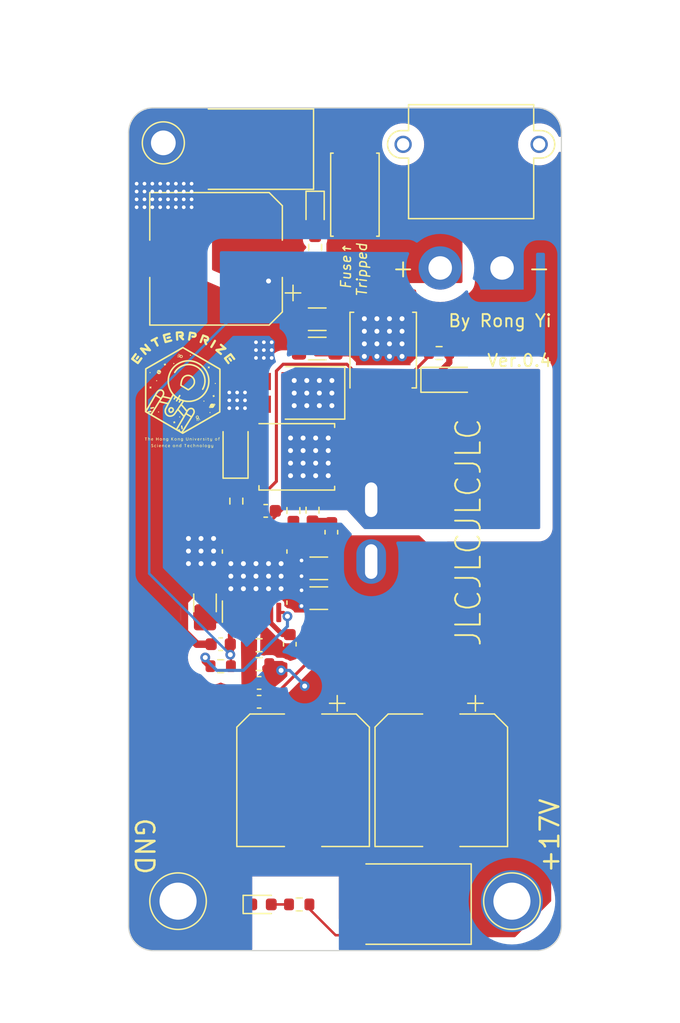
<source format=kicad_pcb>
(kicad_pcb (version 20221018) (generator pcbnew)
  (layers (0 "F.Cu" signal) (31 "B.Cu" signal) (34 "B.Paste" user) (35 "F.Paste" user) (36 "B.SilkS" user "B.Silkscreen") (37 "F.SilkS" user "F.Silkscreen") (38 "B.Mask" user) (39 "F.Mask" user) (44 "Edge.Cuts" user))
  (net 0 "")
  (net 1 "GND")
  (net 2 "Net-(U1-SS)")
  (net 3 "/SW")
  (net 4 "+24V")
  (net 5 "/VOUT")
  (net 6 "/HO")
  (net 7 "BST")
  (net 8 "/LO")
  (net 9 "Net-(U1-VCC)")
  (net 10 "FB")
  (net 11 "Net-(C7-Pad2)")
  (net 12 "Net-(D3-A)")
  (net 13 "ILIM")
  (net 14 "Net-(D4-A1)")
  (net 15 "Net-(D5-A1)")
  (net 16 "Net-(D7-A)")
  (net 17 "Net-(J1-Pin_2)")
  (net 18 "Net-(U1-RON)")
  (footprint "TestPoint:TestPoint_Plated_Hole_D2.0mm" (layer "F.Cu") (at 124.587 57.658)
    (fp_text reference "TP3" hide)
    (fp_text value "PowerHole")
    (pad "1" thru_hole circle (at 0 0) (size 3 3) (drill 2) (layers "*.Cu" "*.Mask") (net 1 "GND"))
  )
  (footprint "Resistor_SMD:R_0603_1608Metric" (layer "F.Cu") (at 136.86132 66.107061 90)
    (fp_text reference "R6" hide)
    (fp_text value "274K")
    (pad "1" smd roundrect (at -0.825 0 90) (size 0.8 0.95) (layers "F.Cu" "F.Paste" "F.Mask") (net 17 "Net-(J1-Pin_2)"))
    (pad "2" smd roundrect (at 0.825 0 90) (size 0.8 0.95) (layers "F.Cu" "F.Paste" "F.Mask") (net 16 "Net-(D7-A)"))
  )
  (footprint "Diode_SMD:D_SMF" (layer "F.Cu") (at 130.429 82.423 90)
    (fp_text reference "D5" hide)
    (fp_text value "SMF12A")
    (pad "1" smd roundrect (at -1.45 0 90) (size 1.3 1.4) (layers "F.Cu" "F.Paste" "F.Mask") (roundrect_rratio 0.1923076923) (net 15 "Net-(D5-A1)"))
    (pad "2" smd roundrect (at 1.45 0 90) (size 1.3 1.4) (layers "F.Cu" "F.Paste" "F.Mask") (roundrect_rratio 0.1923076923) (net 1 "GND"))
  )
  (footprint "Resistor_SMD:R_0603_1608Metric" (layer "F.Cu") (at 132.334 99.822)
    (fp_text reference "R7" hide)
    (fp_text value "274K")
    (pad "1" smd roundrect (at -0.825 0) (size 0.8 0.95) (layers "F.Cu" "F.Paste" "F.Mask") (net 10 "FB"))
    (pad "2" smd roundrect (at 0.825 0) (size 0.8 0.95) (layers "F.Cu" "F.Paste" "F.Mask") (net 5 "/VOUT"))
  )
  (footprint "LOGO" (layer "F.Cu") (at 126.017678 77.459415)
    (fp_text reference "G***" hide)
    (fp_text value "LOGO" hide)
  )
  (footprint "Fuse:Fuseholder_Littelfuse_Nano2_157x" (layer "F.Cu") (at 140.081 61.849 -90)
    (fp_text reference "F1" hide)
    (fp_text value "Fuse")
    (pad "1" smd rect (at -2.43 0 270) (size 2.4 3) (layers "F.Cu" "F.Paste" "F.Mask") (net 4 "+24V"))
    (pad "2" smd rect (at 2.43 0 270) (size 2.4 3) (layers "F.Cu" "F.Paste" "F.Mask") (net 17 "Net-(J1-Pin_2)"))
  )
  (footprint "Capacitor_SMD:C_0603_1608Metric" (layer "F.Cu") (at 138.176 89.154 -90)
    (fp_text reference "C8" hide)
    (fp_text value "390pf")
    (pad "1" smd roundrect (at -0.775 0 270) (size 0.9 0.95) (layers "F.Cu" "F.Paste" "F.Mask") (net 11 "Net-(C7-Pad2)"))
    (pad "2" smd roundrect (at 0.775 0 270) (size 0.9 0.95) (layers "F.Cu" "F.Paste" "F.Mask") (net 5 "/VOUT"))
  )
  (footprint "Capacitor_SMD:CP_Elec_10x10.5" (layer "F.Cu") (at 147.066 109.22 -90)
    (fp_text reference "C4" hide)
    (fp_text value "100uF")
    (pad "1" smd roundrect (at -4.2 0 270) (size 4.4 2.5) (layers "F.Cu" "F.Paste" "F.Mask") (roundrect_rratio 0.1) (net 5 "/VOUT"))
    (pad "2" smd roundrect (at 4.2 0 270) (size 4.4 2.5) (layers "F.Cu" "F.Paste" "F.Mask") (roundrect_rratio 0.1) (net 1 "GND"))
  )
  (footprint "Package_TO_SOT_SMD:TDSON-8-1" (layer "F.Cu") (at 142.367 74.422 90)
    (fp_text reference "Q1" hide)
    (fp_text value "BSC070N10NS5")
    (pad "1" smd rect (at -2.9 -0.635 90) (size 0.85 3.04) (layers "F.Cu" "F.Paste" "F.Mask") (net 3 "/SW"))
    (pad "2" smd rect (at -2.9 -0.635 90) (size 0.85 0.5) (layers "F.Cu" "F.Paste" "F.Mask") (net 3 "/SW"))
    (pad "3" smd rect (at -2.9 0.635 90) (size 0.85 0.5) (layers "F.Cu" "F.Paste" "F.Mask") (net 3 "/SW"))
    (pad "4" smd rect (at -3.1425 1.905 90) (size 1.335 0.5) (layers "F.Cu" "F.Paste" "F.Mask") (net 14 "Net-(D4-A1)"))
    (pad "5" smd rect (at 1.05 0 90) (size 4.55 4.41) (layers "F.Cu") (net 4 "+24V"))
  )
  (footprint "Diode_SMD:D_SMC" (layer "F.Cu") (at 131.826 58.166 180)
    (fp_text reference "D2" hide)
    (fp_text value "SMAJ28A" hide)
    (pad "1" smd roundrect (at -3.4 0 270) (size 3.3 2.5) (layers "F.Cu" "F.Paste" "F.Mask") (roundrect_rratio 0.1) (net 4 "+24V"))
    (pad "2" smd roundrect (at 3.4 0 270) (size 3.3 2.5) (layers "F.Cu" "F.Paste" "F.Mask") (roundrect_rratio 0.1) (net 1 "GND"))
  )
  (footprint "Connector_AMASS:AMASS_XT30PW-M_1x02_P2.50mm_Horizontal" (layer "F.Cu") (at 151.979 67.778)
    (fp_text reference "J1" hide)
    (fp_text value "Conn_01x02")
    (fp_text user "-" (at 3 0) (layer "F.SilkS") (effects (font (size 1.5 1.5))))
    (fp_text user "+" (at -8 0) (layer "F.SilkS") (effects (font (size 1.5 1.5))))
    (pad "" thru_hole circle (at -8 -10) (size 1.4 1.4) (drill 1) (layers "*.Cu" "*.Mask"))
    (pad "" thru_hole circle (at 3 -10) (size 1.4 1.4) (drill 1) (layers "*.Cu" "*.Mask"))
    (pad "1" thru_hole rect (at 0 0) (size 3.5 3.5) (drill 1.9) (layers "*.Cu" "*.Mask") (net 1 "GND"))
    (pad "2" thru_hole circle (at -5 0) (size 3.5 3.5) (drill 1.9) (layers "*.Cu" "*.Mask") (net 17 "Net-(J1-Pin_2)"))
  )
  (footprint "LED_SMD:LED_0603_1608Metric" (layer "F.Cu") (at 132.527179 119.264434)
    (fp_text reference "D3" hide)
    (fp_text value "LED")
    (pad "1" smd roundrect (at -0.7875 0) (size 0.875 0.95) (layers "F.Cu" "F.Paste" "F.Mask") (net 1 "GND"))
    (pad "2" smd roundrect (at 0.7875 0) (size 0.875 0.95) (layers "F.Cu" "F.Paste" "F.Mask") (net 12 "Net-(D3-A)"))
  )
  (footprint "Capacitor_SMD:C_1206_3216Metric" (layer "F.Cu") (at 137.033 74.295)
    (fp_text reference "C13" hide)
    (fp_text value "100uF")
    (pad "1" smd roundrect (at -1.475 0) (size 1.15 1.8) (layers "F.Cu" "F.Paste" "F.Mask") (roundrect_rratio 0.2173913043) (net 1 "GND"))
    (pad "2" smd roundrect (at 1.475 0) (size 1.15 1.8) (layers "F.Cu" "F.Paste" "F.Mask") (roundrect_rratio 0.2173913043) (net 4 "+24V"))
  )
  (footprint "Resistor_SMD:R_0603_1608Metric" (layer "F.Cu") (at 136.652 87.376 -90)
    (fp_text reference "R5" hide)
    (fp_text value "8.06M")
    (pad "1" smd roundrect (at -0.825 0 270) (size 0.8 0.95) (layers "F.Cu" "F.Paste" "F.Mask") (net 3 "/SW"))
    (pad "2" smd roundrect (at 0.825 0 270) (size 0.8 0.95) (layers "F.Cu" "F.Paste" "F.Mask") (net 11 "Net-(C7-Pad2)"))
  )
  (footprint "Resistor_SMD:R_0603_1608Metric" (layer "F.Cu") (at 135.575179 119.264434 180)
    (fp_text reference "R9" hide)
    (fp_text value "274K")
    (pad "1" smd roundrect (at -0.825 0 180) (size 0.8 0.95) (layers "F.Cu" "F.Paste" "F.Mask") (net 5 "/VOUT"))
    (pad "2" smd roundrect (at 0.825 0 180) (size 0.8 0.95) (layers "F.Cu" "F.Paste" "F.Mask") (net 12 "Net-(D3-A)"))
  )
  (footprint "Capacitor_SMD:C_1206_3216Metric_Pad1.33x1.80mm_HandSolder" (layer "F.Cu") (at 127.958 94.869 -90)
    (fp_text reference "C3" hide)
    (fp_text value "2.2uF")
    (pad "1" smd roundrect (at -1.5625 0 270) (size 1.325 1.8) (layers "F.Cu" "F.Paste" "F.Mask") (roundrect_rratio 0.1886792453) (net 1 "GND"))
    (pad "2" smd roundrect (at 1.5625 0 270) (size 1.325 1.8) (layers "F.Cu" "F.Paste" "F.Mask") (roundrect_rratio 0.1886792453) (net 9 "Net-(U1-VCC)"))
  )
  (footprint "Capacitor_SMD:C_0603_1608Metric" (layer "F.Cu") (at 132.334 102.87)
    (fp_text reference "C7" hide)
    (fp_text value "3.9nf")
    (pad "1" smd roundrect (at -0.775 0) (size 0.9 0.95) (layers "F.Cu" "F.Paste" "F.Mask") (net 10 "FB"))
    (pad "2" smd roundrect (at 0.775 0) (size 0.9 0.95) (layers "F.Cu" "F.Paste" "F.Mask") (net 11 "Net-(C7-Pad2)"))
  )
  (footprint "Resistor_SMD:R_0603_1608Metric" (layer "F.Cu") (at 129.228 99.993)
    (fp_text reference "R1" hide)
    (fp_text value "909k")
    (pad "1" smd roundrect (at -0.825 0) (size 0.8 0.95) (layers "F.Cu" "F.Paste" "F.Mask") (net 18 "Net-(U1-RON)"))
    (pad "2" smd roundrect (at 0.825 0) (size 0.8 0.95) (layers "F.Cu" "F.Paste" "F.Mask") (net 4 "+24V"))
  )
  (footprint "Resistor_SMD:R_0603_1608Metric" (layer "F.Cu") (at 135.106 87.403 90)
    (fp_text reference "R2" hide)
    (fp_text value "2.1k")
    (pad "1" smd roundrect (at -0.825 0 90) (size 0.8 0.95) (layers "F.Cu" "F.Paste" "F.Mask") (net 13 "ILIM"))
    (pad "2" smd roundrect (at 0.825 0 90) (size 0.8 0.95) (layers "F.Cu" "F.Paste" "F.Mask") (net 3 "/SW"))
  )
  (footprint "Diode_SMD:D_SMC" (layer "F.Cu") (at 144.574792 119.237517 180)
    (fp_text reference "D1" hide)
    (fp_text value "SMAJ18A" hide)
    (pad "1" smd roundrect (at -3.4 0 270) (size 3.3 2.5) (layers "F.Cu" "F.Paste" "F.Mask") (roundrect_rratio 0.1) (net 5 "/VOUT"))
    (pad "2" smd roundrect (at 3.4 0 270) (size 3.3 2.5) (layers "F.Cu" "F.Paste" "F.Mask") (roundrect_rratio 0.1) (net 1 "GND"))
  )
  (footprint "Resistor_SMD:R_0603_1608Metric" (layer "F.Cu") (at 146.889 74.663)
    (fp_text reference "R4" hide)
    (fp_text value "4.7r")
    (pad "1" smd roundrect (at -0.825 0) (size 0.8 0.95) (layers "F.Cu" "F.Paste" "F.Mask") (net 6 "/HO"))
    (pad "2" smd roundrect (at 0.825 0) (size 0.8 0.95) (layers "F.Cu" "F.Paste" "F.Mask") (net 14 "Net-(D4-A1)"))
  )
  (footprint "Capacitor_SMD:CP_Elec_10x10.5" (layer "F.Cu") (at 128.850942 67.038215 180)
    (fp_text reference "C6" hide)
    (fp_text value "100uF")
    (pad "1" smd roundrect (at -4.2 0 180) (size 4.4 2.5) (layers "F.Cu" "F.Paste" "F.Mask") (roundrect_rratio 0.1) (net 4 "+24V"))
    (pad "2" smd roundrect (at 4.2 0 180) (size 4.4 2.5) (layers "F.Cu" "F.Paste" "F.Mask") (roundrect_rratio 0.1) (net 1 "GND"))
  )
  (footprint "Capacitor_SMD:C_1206_3216Metric" (layer "F.Cu") (at 137.16 94.488)
    (fp_text reference "C10" hide)
    (fp_text value "100uF")
    (pad "1" smd roundrect (at -1.475 0) (size 1.15 1.8) (layers "F.Cu" "F.Paste" "F.Mask") (roundrect_rratio 0.2173913043) (net 1 "GND"))
    (pad "2" smd roundrect (at 1.475 0) (size 1.15 1.8) (layers "F.Cu" "F.Paste" "F.Mask") (roundrect_rratio 0.2173913043) (net 5 "/VOUT"))
  )
  (footprint "Capacitor_SMD:CP_Elec_10x10.5" (layer "F.Cu") (at 135.89 109.22 -90)
    (fp_text reference "C11" hide)
    (fp_text value "100uF")
    (pad "1" smd roundrect (at -4.2 0 270) (size 4.4 2.5) (layers "F.Cu" "F.Paste" "F.Mask") (roundrect_rratio 0.1) (net 5 "/VOUT"))
    (pad "2" smd roundrect (at 4.2 0 270) (size 4.4 2.5) (layers "F.Cu" "F.Paste" "F.Mask") (roundrect_rratio 0.1) (net 1 "GND"))
  )
  (footprint "Resistor_SMD:R_0603_1608Metric" (layer "F.Cu") (at 132.334 98.298 180)
    (fp_text reference "R8" hide)
    (fp_text value "10K")
    (pad "1" smd roundrect (at -0.825 0 180) (size 0.8 0.95) (layers "F.Cu" "F.Paste" "F.Mask") (net 1 "GND"))
    (pad "2" smd roundrect (at 0.825 0 180) (size 0.8 0.95) (layers "F.Cu" "F.Paste" "F.Mask") (net 10 "FB"))
  )
  (footprint "LED_SMD:LED_0603_1608Metric" (layer "F.Cu") (at 136.86132 63.059061 -90)
    (fp_text reference "D7" hide)
    (fp_text value "LED")
    (pad "1" smd roundrect (at -0.7875 0 270) (size 0.875 0.95) (layers "F.Cu" "F.Paste" "F.Mask") (net 4 "+24V"))
    (pad "2" smd roundrect (at 0.7875 0 270) (size 0.875 0.95) (layers "F.Cu" "F.Paste" "F.Mask") (net 16 "Net-(D7-A)"))
  )
  (footprint "Package_SO:HTSSOP-14-1EP_4.4x5mm_P0.65mm_EP3.4x5mm_Mask3x3.1mm" (layer "F.Cu") (at 131.973 92.783 90)
    (fp_text reference "U1" hide)
    (fp_text value "LM3150MH")
    (pad "1" smd roundrect (at -2.8625 -1.95 90) (size 1.575 0.4) (layers "F.Cu" "F.Paste" "F.Mask") (net 9 "Net-(U1-VCC)"))
    (pad "2" smd roundrect (at -2.8625 -1.3 90) (size 1.575 0.4) (layers "F.Cu" "F.Paste" "F.Mask") (net 4 "+24V"))
    (pad "3" smd roundrect (at -2.8625 -0.65 90) (size 1.575 0.4) (layers "F.Cu" "F.Paste" "F.Mask"))
    (pad "4" smd roundrect (at -2.8625 0 90) (size 1.575 0.4) (layers "F.Cu" "F.Paste" "F.Mask") (net 10 "FB"))
    (pad "5" smd roundrect (at -2.8625 0.65 90) (size 1.575 0.4) (layers "F.Cu" "F.Paste" "F.Mask") (net 1 "GND"))
    (pad "6" smd roundrect (at -2.8625 1.3 90) (size 1.575 0.4) (layers "F.Cu" "F.Paste" "F.Mask") (net 2 "Net-(U1-SS)"))
    (pad "7" smd roundrect (at -2.8625 1.95 90) (size 1.575 0.4) (layers "F.Cu" "F.Paste" "F.Mask") (net 18 "Net-(U1-RON)"))
    (pad "8" smd roundrect (at 2.8625 1.95 90) (size 1.575 0.4) (layers "F.Cu" "F.Paste" "F.Mask") (net 13 "ILIM"))
    (pad "9" smd roundrect (at 2.8625 1.3 90) (size 1.575 0.4) (layers "F.Cu" "F.Paste" "F.Mask") (net 1 "GND"))
    (pad "10" smd roundrect (at 2.8625 0.65 90) (size 1.575 0.4) (layers "F.Cu" "F.Paste" "F.Mask") (net 3 "/SW"))
    (pad "11" smd roundrect (at 2.8625 0 90) (size 1.575 0.4) (layers "F.Cu" "F.Paste" "F.Mask") (net 6 "/HO"))
    (pad "12" smd roundrect (at 2.8625 -0.65 90) (size 1.575 0.4) (layers "F.Cu" "F.Paste" "F.Mask") (net 7 "BST"))
    (pad "13" smd roundrect (at 2.8625 -1.3 90) (size 1.575 0.4) (layers "F.Cu" "F.Paste" "F.Mask") (net 8 "/LO"))
    (pad "14" smd roundrect (at 2.8625 -1.95 90) (size 1.575 0.4) (layers "F.Cu" "F.Paste" "F.Mask") (net 1 "GND"))
    (pad "15" smd rect (at 0 0 90) (size 3.4 5) (layers "F.Cu") (net 1 "GND"))
  )
  (footprint "Diode_SMD:D_PowerDI-5" (layer "F.Cu") (at 135.45 77.882 180)
    (fp_text reference "D6" hide)
    (fp_text value "D_Schottky")
    (pad "1" smd rect (at -1.12 0) (size 4.86 3.36) (layers "F.Cu" "F.Paste" "F.Mask") (net 3 "/SW"))
    (pad "2" smd rect (at 2.862 -0.92) (size 1.4 1.39) (layers "F.Cu" "F.Paste" "F.Mask") (net 1 "GND"))
    (pad "2" smd rect (at 2.862 0.92) (size 1.4 1.39) (layers "F.Cu" "F.Paste" "F.Mask") (net 1 "GND"))
  )
  (footprint "TestPoint:TestPoint_Plated_Hole_D3.0mm" (layer "F.Cu") (at 125.778 119)
    (fp_text reference "TP1" hide)
    (fp_text value "OutputGND")
    (pad "1" thru_hole circle (at 0 0) (size 5 5) (drill 3) (layers "*.Cu" "*.Mask") (net 1 "GND"))
  )
  (footprint "Capacitor_SMD:C_0603_1608Metric" (layer "F.Cu") (at 132.334 101.346)
    (fp_text reference "C14" hide)
    (fp_text value "DNF")
    (pad "1" smd roundrect (at -0.775 0) (size 0.9 0.95) (layers "F.Cu" "F.Paste" "F.Mask") (net 10 "FB"))
    (pad "2" smd roundrect (at 0.775 0) (size 0.9 0.95) (layers "F.Cu" "F.Paste" "F.Mask") (net 5 "/VOUT"))
  )
  (footprint "TestPoint:TestPoint_Plated_Hole_D3.0mm" (layer "F.Cu") (at 152.778 119)
    (fp_text reference "TP2" hide)
    (fp_text value "Output17V")
    (pad "1" thru_hole circle (at 0 0) (size 5 5) (drill 3) (layers "*.Cu" "*.Mask") (net 5 "/VOUT"))
  )
  (footprint "Package_TO_SOT_SMD:TDSON-8-1" (layer "F.Cu") (at 135.382 83.058)
    (fp_text reference "Q2" hide)
    (fp_text value "BSC070N10NS5")
    (pad "1" smd rect (at -2.9 -0.635) (size 0.85 3.04) (layers "F.Cu" "F.Paste" "F.Mask") (net 1 "GND"))
    (pad "2" smd rect (at -2.9 -0.635) (size 0.85 0.5) (layers "F.Cu" "F.Paste" "F.Mask") (net 1 "GND"))
    (pad "3" smd rect (at -2.9 0.635) (size 0.85 0.5) (layers "F.Cu" "F.Paste" "F.Mask") (net 1 "GND"))
    (pad "4" smd rect (at -3.1425 1.905) (size 1.335 0.5) (layers "F.Cu" "F.Paste" "F.Mask") (net 15 "Net-(D5-A1)"))
    (pad "5" smd rect (at 1.05 0) (size 4.55 4.41) (layers "F.Cu") (net 3 "/SW"))
  )
  (footprint "0_RM2023:Inductor_RM6" (layer "F.Cu") (at 147.447 89.027 -90)
    (fp_text reference "L1" hide)
    (fp_text value "10uh")
    (pad "1" thru_hole oval (at -2.5 6.05 270) (size 3.6 2.4) (drill oval 2.8 1) (layers "*.Cu" "*.Mask") (net 3 "/SW"))
    (pad "2" thru_hole oval (at 2.5 6.05 270) (size 3.6 2.4) (drill oval 2.8 1) (layers "*.Cu" "*.Mask") (net 5 "/VOUT"))
  )
  (footprint "Capacitor_SMD:C_0603_1608Metric" (layer "F.Cu") (at 129.228 98.215 180)
    (fp_text reference "C1" hide)
    (fp_text value "100nF")
    (pad "1" smd roundrect (at -0.775 0 180) (size 0.9 0.95) (layers "F.Cu" "F.Paste" "F.Mask") (net 4 "+24V"))
    (pad "2" smd roundrect (at 0.775 0 180) (size 0.9 0.95) (layers "F.Cu" "F.Paste" "F.Mask") (net 1 "GND"))
  )
  (footprint "Capacitor_SMD:C_1206_3216Metric" (layer "F.Cu") (at 137.16 92.075)
    (fp_text reference "C9" hide)
    (fp_text value "100uF")
    (pad "1" smd roundrect (at -1.475 0) (size 1.15 1.8) (layers "F.Cu" "F.Paste" "F.Mask") (roundrect_rratio 0.2173913043) (net 1 "GND"))
    (pad "2" smd roundrect (at 1.475 0) (size 1.15 1.8) (layers "F.Cu" "F.Paste" "F.Mask") (roundrect_rratio 0.2173913043) (net 5 "/VOUT"))
  )
  (footprint "Capacitor_SMD:C_1206_3216Metric" (layer "F.Cu") (at 137.031926 71.925373)
    (fp_text reference "C12" hide)
    (fp_text value "100uF")
    (pad "1" smd roundrect (at -1.475 0) (size 1.15 1.8) (layers "F.Cu" "F.Paste" "F.Mask") (roundrect_rratio 0.2173913043) (net 1 "GND"))
    (pad "2" smd roundrect (at 1.475 0) (size 1.15 1.8) (layers "F.Cu" "F.Paste" "F.Mask") (roundrect_rratio 0.2173913043) (net 4 "+24V"))
  )
  (footprint "Capacitor_SMD:C_0603_1608Metric" (layer "F.Cu") (at 132.8674 87.4268 180)
    (fp_text reference "C5" hide)
    (fp_text value "470nF")
    (pad "1" smd roundrect (at -0.775 0 180) (size 0.9 0.95) (layers "F.Cu" "F.Paste" "F.Mask") (net 3 "/SW"))
    (pad "2" smd roundrect (at 0.775 0 180) (size 0.9 0.95) (layers "F.Cu" "F.Paste" "F.Mask") (net 7 "BST"))
  )
  (footprint "Diode_SMD:D_SMF" (layer "F.Cu") (at 147.778 76.822)
    (fp_text reference "D4" hide)
    (fp_text value "SMF12A")
    (pad "1" smd roundrect (at -1.45 0) (size 1.3 1.4) (layers "F.Cu" "F.Paste" "F.Mask") (roundrect_rratio 0.1923076923) (net 14 "Net-(D4-A1)"))
    (pad "2" smd roundrect (at 1.45 0) (size 1.3 1.4) (layers "F.Cu" "F.Paste" "F.Mask") (roundrect_rratio 0.1923076923) (net 3 "/SW"))
  )
  (footprint "Capacitor_SMD:C_0603_1608Metric" (layer "F.Cu") (at 134.816 98.215 90)
    (fp_text reference "C2" hide)
    (fp_text value "15nF")
    (pad "1" smd roundrect (at -0.775 0 90) (size 0.9 0.95) (layers "F.Cu" "F.Paste" "F.Mask") (net 1 "GND"))
    (pad "2" smd roundrect (at 0.775 0 90) (size 0.9 0.95) (layers "F.Cu" "F.Paste" "F.Mask") (net 2 "Net-(U1-SS)"))
  )
  (footprint "Resistor_SMD:R_0603_1608Metric" (layer "F.Cu") (at 130.491883 86.638365 90)
    (fp_text reference "R3" hide)
    (fp_text value "4.7r")
    (pad "1" smd roundrect (at -0.825 0 90) (size 0.8 0.95) (layers "F.Cu" "F.Paste" "F.Mask") (net 8 "/LO"))
    (pad "2" smd roundrect (at 0.825 0 90) (size 0.8 0.95) (layers "F.Cu" "F.Paste" "F.Mask") (net 15 "Net-(D5-A1)"))
  )
  (footprint "LOGO" (layer "B.Cu") (at 129.080532 84.045027 180)
    (fp_text reference "G***" hide)
    (fp_text value "LOGO" hide)
  )
  (gr_line (start 123.778 54.822) (end 154.778 54.822) (stroke (width 0.1)) (layer "Edge.Cuts"))
  (gr_arc (start 123.778 123) (mid 122.363786 122.414214) (end 121.778 121) (stroke (width 0.1)) (layer "Edge.Cuts"))
  (gr_line (start 123.778 123) (end 154.778 123) (stroke (width 0.1)) (layer "Edge.Cuts"))
  (gr_line (start 121.778 121) (end 121.778 56.822) (stroke (width 0.1)) (layer "Edge.Cuts"))
  (gr_arc (start 154.778 54.822) (mid 156.192214 55.407786) (end 156.778 56.822) (stroke (width 0.1)) (layer "Edge.Cuts"))
  (gr_arc (start 121.778 56.822) (mid 122.363786 55.407786) (end 123.778 54.822) (stroke (width 0.1)) (layer "Edge.Cuts"))
  (gr_arc (start 156.778 121) (mid 156.192214 122.414214) (end 154.778 123) (stroke (width 0.1)) (layer "Edge.Cuts"))
  (gr_line (start 156.778 56.822) (end 156.778 121) (stroke (width 0.1)) (layer "Edge.Cuts"))
  (gr_text "JLCJLCJLCJLC" (at 149.260844 89.162831 90) (layer "F.SilkS") (effects (font (size 2 1.8))))
  (gr_text "By Rong Yi\n\nVer.0.4" (at 156.083 73.66) (layer "F.SilkS") (effects (font (size 1 1)) (justify right)))
  (gr_text "GND" (at 122.174 112.141 -90) (layer "F.SilkS") (effects (font (size 1.5 1.5) (thickness 0.2)) (justify left bottom)))
  (gr_text "+17V" (at 156.718 116.84 90) (layer "F.SilkS") (effects (font (size 1.5 1.5) (thickness 0.2)) (justify left bottom)))
  (gr_text "Fuse↑\nTripped" (at 141.11312 65.661969 90) (layer "F.SilkS") (effects (font (size 0.8 0.8) (thickness 0.12) italic) (justify right bottom)))
  (segment (start 126.295604 94.739273) (end 127.728377 93.3065) (width 0.6) (layer "F.Cu") (net 1))
  (segment (start 128.453 98.215) (end 127.298 98.215) (width 0.6) (layer "F.Cu") (net 1))
  (segment (start 132.623 95.6455) (end 132.623 93.433) (width 0.25) (layer "F.Cu") (net 1))
  (segment (start 127.298 98.215) (end 126.295604 97.212604) (width 0.6) (layer "F.Cu") (net 1))
  (segment (start 130.023 90.833) (end 131.973 92.783) (width 0.2032) (layer "F.Cu") (net 1))
  (segment (start 126.295604 97.212604) (end 126.295604 94.739273) (width 0.6) (layer "F.Cu") (net 1))
  (segment (start 127.728377 93.3065) (end 127.958 93.3065) (width 0.6) (layer "F.Cu") (net 1))
  (segment (start 133.273 89.9205) (end 133.273 91.483) (width 0.25) (layer "F.Cu") (net 1))
  (segment (start 130.023 89.9205) (end 130.023 90.833) (width 0.2032) (layer "F.Cu") (net 1))
  (via (at 124.968 62.865) (size 0.5) (drill 0.3) (layers "F.Cu" "B.Cu") (net 1))
  (via (at 122.428 62.865) (size 0.5) (drill 0.3) (layers "F.Cu" "B.Cu") (net 1))
  (via (at 129.921 79.121) (size 0.5) (drill 0.3) (layers "F.Cu" "B.Cu") (net 1))
  (via (at 122.428 62.23) (size 0.5) (drill 0.3) (layers "F.Cu" "B.Cu") (net 1))
  (via (at 123.063 62.865) (size 0.5) (drill 0.3) (layers "F.Cu" "B.Cu") (net 1))
  (via (at 134.112 93.726) (size 0.8) (drill 0.4) (layers "F.Cu" "B.Cu") (net 1))
  (via (at 123.698 62.865) (size 0.5) (drill 0.3) (layers "F.Cu" "B.Cu") (net 1))
  (via (at 131.191 77.851) (size 0.5) (drill 0.3) (layers "F.Cu" "B.Cu") (net 1))
  (via (at 134.112 92.71) (size 0.8) (drill 0.4) (layers "F.Cu" "B.Cu") (net 1))
  (via (at 130.048 93.726) (size 0.8) (drill 0.4) (layers "F.Cu" "B.Cu") (net 1))
  (via (at 125.603 60.96) (size 0.5) (drill 0.3) (layers "F.Cu" "B.Cu") (net 1))
  (via (at 126.238 62.23) (size 0.5) (drill 0.3) (layers "F.Cu" "B.Cu") (net 1))
  (via (at 135.763 93.853) (size 0.5) (drill 0.3) (layers "F.Cu" "B.Cu") (net 1))
  (via (at 133.096 93.726) (size 0.8) (drill 0.4) (layers "F.Cu" "B.Cu") (net 1))
  (via (at 126.873 62.865) (size 0.5) (drill 0.3) (layers "F.Cu" "B.Cu") (net 1))
  (via (at 130.556 77.851) (size 0.5) (drill 0.3) (layers "F.Cu" "B.Cu") (net 1))
  (via (at 132.715 74.422) (size 0.5) (drill 0.3) (layers "F.Cu" "B.Cu") (net 1))
  (via (at 126.873 60.96) (size 0.5) (drill 0.3) (layers "F.Cu" "B.Cu") (net 1))
  (via (at 127.635 91.694) (size 0.8) (drill 0.4) (layers "F.Cu" "B.Cu") (net 1))
  (via (at 129.921 77.851) (size 0.5) (drill 0.3) (layers "F.Cu" "B.Cu") (net 1))
  (via (at 127.635 90.678) (size 0.8) (drill 0.4) (layers "F.Cu" "B.Cu") (net 1))
  (via (at 126.619 90.678) (size 0.8) (drill 0.4) (layers "F.Cu" "B.Cu") (net 1))
  (via (at 123.698 60.96) (size 0.5) (drill 0.3) (layers "F.Cu" "B.Cu") (net 1))
  (via (at 124.333 60.96) (size 0.5) (drill 0.3) (layers "F.Cu" "B.Cu") (net 1))
  (via (at 132.08 73.787) (size 0.5) (drill 0.3) (layers "F.Cu" "B.Cu") (net 1))
  (via (at 128.651 91.694) (size 0.8) (drill 0.4) (layers "F.Cu" "B.Cu") (net 1))
  (via (at 126.238 60.96) (size 0.5) (drill 0.3) (layers "F.Cu" "B.Cu") (net 1))
  (via (at 128.651 89.662) (size 0.8) (drill 0.4) (layers "F.Cu" "B.Cu") (net 1))
  (via (at 132.715 75.057) (size 0.5) (drill 0.3) (layers "F.Cu" "B.Cu") (net 1))
  (via (at 135.763 91.44) (size 0.5) (drill 0.3) (layers "F.Cu" "B.Cu") (net 1))
  (via (at 126.238 62.865) (size 0.5) (drill 0.3) (layers "F.Cu" "B.Cu") (net 1))
  (via (at 131.191 78.486) (size 0.5) (drill 0.3) (layers "F.Cu" "B.Cu") (net 1))
  (via (at 133.096 92.71) (size 0.8) (drill 0.4) (layers "F.Cu" "B.Cu") (net 1))
  (via (at 122.428 60.96) (size 0.5) (drill 0.3) (layers "F.Cu" "B.Cu") (net 1))
  (via (at 132.715 73.787) (size 0.5) (drill 0.3) (layers "F.Cu" "B.Cu") (net 1))
  (via (at 133.096 91.694) (size 0.8) (drill 0.4) (layers "F.Cu" "B.Cu") (net 1))
  (via (at 124.333 62.23) (size 0.5) (drill 0.3) (layers "F.Cu" "B.Cu") (net 1))
  (via (at 125.603 62.23) (size 0.5) (drill 0.3) (layers "F.Cu" "B.Cu") (net 1))
  (via (at 132.08 74.422) (size 0.5) (drill 0.3) (layers "F.Cu" "B.Cu") (net 1))
  (via (at 126.619 91.694) (size 0.8) (drill 0.4) (layers "F.Cu" "B.Cu") (net 1))
  (via (at 135.763 95.123) (size 0.5) (drill 0.3) (layers "F.Cu" "B.Cu") (net 1))
  (via (at 126.873 61.595) (size 0.5) (drill 0.3) (layers "F.Cu" "B.Cu") (net 1))
  (via (at 133.35 75.057) (size 0.5) (drill 0.3) (layers "F.Cu" "B.Cu") (net 1))
  (via (at 123.698 61.595) (size 0.5) (drill 0.3) (layers "F.Cu" "B.Cu") (net 1))
  (via (at 125.603 62.865) (size 0.5) (drill 0.3) (layers "F.Cu" "B.Cu") (net 1))
  (via (at 124.968 61.595) (size 0.5) (drill 0.3) (layers "F.Cu" "B.Cu") (net 1))
  (via (at 132.08 75.057) (size 0.5) (drill 0.3) (layers "F.Cu" "B.Cu") (net 1))
  (via (at 123.063 61.595) (size 0.5) (drill 0.3) (layers "F.Cu" "B.Cu") (net 1))
  (via (at 122.428 61.595) (size 0.5) (drill 0.3) (layers "F.Cu" "B.Cu") (net 1))
  (via (at 123.063 62.23) (size 0.5) (drill 0.3) (layers "F.Cu" "B.Cu") (net 1))
  (via (at 126.619 89.662) (size 0.8) (drill 0.4) (layers "F.Cu" "B.Cu") (net 1))
  (via (at 125.603 61.595) (size 0.5) (drill 0.3) (layers "F.Cu" "B.Cu") (net 1))
  (via (at 131.064 93.726) (size 0.8) (drill 0.4) (layers "F.Cu" "B.Cu") (net 1))
  (via (at 129.921 78.486) (size 0.5) (drill 0.3) (layers "F.Cu" "B.Cu") (net 1))
  (via (at 130.048 91.694) (size 0.8) (drill 0.4) (layers "F.Cu" "B.Cu") (net 1))
  (via (at 126.873 62.23) (size 0.5) (drill 0.3) (layers "F.Cu" "B.Cu") (net 1))
  (via (at 128.651 90.678) (size 0.8) (drill 0.4) (layers "F.Cu" "B.Cu") (net 1))
  (via (at 124.333 61.595) (size 0.5) (drill 0.3) (layers "F.Cu" "B.Cu") (net 1))
  (via (at 127.635 89.662) (size 0.8) (drill 0.4) (layers "F.Cu" "B.Cu") (net 1))
  (via (at 132.08 92.71) (size 0.8) (drill 0.4) (layers "F.Cu" "B.Cu") (net 1))
  (via (at 123.698 62.23) (size 0.5) (drill 0.3) (layers "F.Cu" "B.Cu") (net 1))
  (via (at 132.08 93.726) (size 0.8) (drill 0.4) (layers "F.Cu" "B.Cu") (net 1))
  (via (at 131.064 92.71) (size 0.8) (drill 0.4) (layers "F.Cu" "B.Cu") (net 1))
  (via (at 130.048 92.71) (size 0.8) (drill 0.4) (layers "F.Cu" "B.Cu") (net 1))
  (via (at 126.238 61.595) (size 0.5) (drill 0.3) (layers "F.Cu" "B.Cu") (net 1))
  (via (at 124.333 62.865) (size 0.5) (drill 0.3) (layers "F.Cu" "B.Cu") (net 1))
  (via (at 135.763 92.71) (size 0.5) (drill 0.3) (layers "F.Cu" "B.Cu") (net 1))
  (via (at 133.35 74.422) (size 0.5) (drill 0.3) (layers "F.Cu" "B.Cu") (net 1))
  (via (at 130.556 78.486) (size 0.5) (drill 0.3) (layers "F.Cu" "B.Cu") (net 1))
  (via (at 131.191 79.121) (size 0.5) (drill 0.3) (layers "F.Cu" "B.Cu") (net 1))
  (via (at 132.08 91.694) (size 0.8) (drill 0.4) (layers "F.Cu" "B.Cu") (net 1))
  (via (at 133.35 73.787) (size 0.5) (drill 0.3) (layers "F.Cu" "B.Cu") (net 1))
  (via (at 123.063 60.96) (size 0.5) (drill 0.3) (layers "F.Cu" "B.Cu") (net 1))
  (via (at 124.968 62.23) (size 0.5) (drill 0.3) (layers "F.Cu" "B.Cu") (net 1))
  (via (at 131.064 91.694) (size 0.8) (drill 0.4) (layers "F.Cu" "B.Cu") (net 1))
  (via (at 130.556 79.121) (size 0.5) (drill 0.3) (layers "F.Cu" "B.Cu") (net 1))
  (via (at 134.112 91.694) (size 0.8) (drill 0.4) (layers "F.Cu" "B.Cu") (net 1))
  (via (at 124.968 60.96) (size 0.5) (drill 0.3) (layers "F.Cu" "B.Cu") (net 1))
  (segment (start 133.273 96.490107) (end 133.273 95.6455) (width 0.4) (layer "F.Cu") (net 2))
  (segment (start 134.222893 97.44) (end 133.273 96.490107) (width 0.4) (layer "F.Cu") (net 2))
  (segment (start 134.816 97.44) (end 134.222893 97.44) (width 0.4) (layer "F.Cu") (net 2))
  (segment (start 132.623 89.9205) (end 132.623 88.891796) (width 0.25) (layer "F.Cu") (net 3))
  (segment (start 132.623 88.891796) (end 134.963796 86.551) (width 0.25) (layer "F.Cu") (net 3))
  (segment (start 149.228 77.8275) (end 141.397 85.6585) (width 1) (layer "F.Cu") (net 3))
  (segment (start 141.397 85.6585) (end 141.397 86.527) (width 1) (layer "F.Cu") (net 3))
  (segment (start 149.228 76.822) (end 149.228 77.8275) (width 1) (layer "F.Cu") (net 3))
  (segment (start 134.963796 86.551) (end 136.652 86.551) (width 0.25) (layer "F.Cu") (net 3))
  (via (at 137.203273 76.882935) (size 0.8) (drill 0.4) (layers "F.Cu" "B.Cu") (net 3))
  (via (at 137.922 84.582) (size 0.8) (drill 0.4) (layers "F.Cu" "B.Cu") (net 3))
  (via (at 135.171273 76.882935) (size 0.8) (drill 0.4) (layers "F.Cu" "B.Cu") (net 3))
  (via (at 135.89 82.55) (size 0.8) (drill 0.4) (layers "F.Cu" "B.Cu") (net 3))
  (via (at 137.203273 78.914935) (size 0.8) (drill 0.4) (layers "F.Cu" "B.Cu") (net 3))
  (via (at 138.219273 78.914935) (size 0.8) (drill 0.4) (layers "F.Cu" "B.Cu") (net 3))
  (via (at 138.219273 77.898935) (size 0.8) (drill 0.4) (layers "F.Cu" "B.Cu") (net 3))
  (via (at 136.906 82.55) (size 0.8) (drill 0.4) (layers "F.Cu" "B.Cu") (net 3))
  (via (at 137.922 82.55) (size 0.8) (drill 0.4) (layers "F.Cu" "B.Cu") (net 3))
  (via (at 134.874 82.55) (size 0.8) (drill 0.4) (layers "F.Cu" "B.Cu") (net 3))
  (via (at 134.874 81.534) (size 0.8) (drill 0.4) (layers "F.Cu" "B.Cu") (net 3))
  (via (at 136.906 83.566) (size 0.8) (drill 0.4) (layers "F.Cu" "B.Cu") (net 3))
  (via (at 134.874 84.582) (size 0.8) (drill 0.4) (layers "F.Cu" "B.Cu") (net 3))
  (via (at 136.906 84.582) (size 0.8) (drill 0.4) (layers "F.Cu" "B.Cu") (net 3))
  (via (at 136.187273 76.882935) (size 0.8) (drill 0.4) (layers "F.Cu" "B.Cu") (net 3))
  (via (at 135.89 83.566) (size 0.8) (drill 0.4) (layers "F.Cu" "B.Cu") (net 3))
  (via (at 138.219273 76.882935) (size 0.8) (drill 0.4) (layers "F.Cu" "B.Cu") (net 3))
  (via (at 135.171273 77.898935) (size 0.8) (drill 0.4) (layers "F.Cu" "B.Cu") (net 3))
  (via (at 137.922 83.566) (size 0.8) (drill 0.4) (layers "F.Cu" "B.Cu") (net 3))
  (via (at 135.171273 78.914935) (size 0.8) (drill 0.4) (layers "F.Cu" "B.Cu") (net 3))
  (via (at 135.89 84.582) (size 0.8) (drill 0.4) (layers "F.Cu" "B.Cu") (net 3))
  (via (at 135.89 81.534) (size 0.8) (drill 0.4) (layers "F.Cu" "B.Cu") (net 3))
  (via (at 137.922 81.534) (size 0.8) (drill 0.4) (layers "F.Cu" "B.Cu") (net 3))
  (via (at 137.203273 77.898935) (size 0.8) (drill 0.4) (layers "F.Cu" "B.Cu") (net 3))
  (via (at 136.187273 78.914935) (size 0.8) (drill 0.4) (layers "F.Cu" "B.Cu") (net 3))
  (via (at 136.906 81.534) (size 0.8) (drill 0.4) (layers "F.Cu" "B.Cu") (net 3))
  (via (at 136.187273 77.898935) (size 0.8) (drill 0.4) (layers "F.Cu" "B.Cu") (net 3))
  (via (at 134.874 83.566) (size 0.8) (drill 0.4) (layers "F.Cu" "B.Cu") (net 3))
  (segment (start 133.096 68.834) (end 133.096 67.083273) (width 0.2032) (layer "F.Cu") (net 4))
  (segment (start 130.053 99.993) (end 130.053 99.11) (width 0.2032) (layer "F.Cu") (net 4))
  (segment (start 130.673 96.784) (end 130.003 97.454) (width 0.4) (layer "F.Cu") (net 4))
  (segment (start 130.053 99.11) (end 130.003 99.06) (width 0.2032) (layer "F.Cu") (net 4))
  (segment (start 130.003 97.454) (end 130.003 98.215) (width 0.4) (layer "F.Cu") (net 4))
  (segment (start 130.003 99.06) (end 130.003 98.215) (width 0.6) (layer "F.Cu") (net 4))
  (segment (start 130.673 95.6455) (end 130.673 96.784) (width 0.4) (layer "F.Cu") (net 4))
  (segment (start 133.096 67.083273) (end 133.050942 67.038215) (width 0.2032) (layer "F.Cu") (net 4))
  (via (at 142.875 73.914) (size 0.8) (drill 0.4) (layers "F.Cu" "B.Cu") (net 4))
  (via (at 143.891 74.93) (size 0.8) (drill 0.4) (layers "F.Cu" "B.Cu") (net 4))
  (via (at 140.843 74.93) (size 0.8) (drill 0.4) (layers "F.Cu" "B.Cu") (net 4))
  (via (at 142.875 72.898) (size 0.8) (drill 0.4) (layers "F.Cu" "B.Cu") (net 4))
  (via (at 143.891 72.898) (size 0.8) (drill 0.4) (layers "F.Cu" "B.Cu") (net 4))
  (via (at 142.875 74.93) (size 0.8) (drill 0.4) (layers "F.Cu" "B.Cu") (net 4))
  (via (at 130.003 99.06) (size 0.8) (drill 0.4) (layers "F.Cu" "B.Cu") (net 4))
  (via (at 141.859 73.914) (size 0.8) (drill 0.4) (layers "F.Cu" "B.Cu") (net 4))
  (via (at 143.891 73.914) (size 0.8) (drill 0.4) (layers "F.Cu" "B.Cu") (net 4))
  (via (at 142.875 71.882) (size 0.8) (drill 0.4) (layers "F.Cu" "B.Cu") (net 4))
  (via (at 140.843 71.882) (size 0.8) (drill 0.4) (layers "F.Cu" "B.Cu") (net 4))
  (via (at 141.859 72.898) (size 0.8) (drill 0.4) (layers "F.Cu" "B.Cu") (net 4))
  (via (at 140.843 73.914) (size 0.8) (drill 0.4) (layers "F.Cu" "B.Cu") (net 4))
  (via (at 133.096 68.834) (size 0.8) (drill 0.4) (layers "F.Cu" "B.Cu") (net 4))
  (via (at 143.891 71.882) (size 0.8) (drill 0.4) (layers "F.Cu" "B.Cu") (net 4))
  (via (at 140.843 72.898) (size 0.8) (drill 0.4) (layers "F.Cu" "B.Cu") (net 4))
  (via (at 141.859 71.882) (size 0.8) (drill 0.4) (layers "F.Cu" "B.Cu") (net 4))
  (via (at 141.859 74.93) (size 0.8) (drill 0.4) (layers "F.Cu" "B.Cu") (net 4))
  (segment (start 123.444 92.501) (end 123.444 78.486) (width 0.2032) (layer "B.Cu") (net 4))
  (segment (start 123.444 78.486) (end 133.096 68.834) (width 0.2032) (layer "B.Cu") (net 4))
  (segment (start 130.003 99.06) (end 123.444 92.501) (width 0.2032) (layer "B.Cu") (net 4))
  (segment (start 136.017 101.6) (end 136.017 105.782) (width 0.2) (layer "F.Cu") (net 5))
  (segment (start 147.974792 119.237517) (end 147.974792 120.884208) (width 0.2032) (layer "F.Cu") (net 5))
  (segment (start 138.518808 121.754808) (end 136.400179 119.636179) (width 0.2032) (layer "F.Cu") (net 5))
  (segment (start 147.974792 120.884208) (end 147.104192 121.754808) (width 0.2032) (layer "F.Cu") (net 5))
  (segment (start 147.104192 121.754808) (end 138.518808 121.754808) (width 0.2032) (layer "F.Cu") (net 5))
  (segment (start 136.017 105.782) (end 135.245 106.554) (width 0.2) (layer "F.Cu") (net 5))
  (segment (start 136.400179 119.636179) (end 136.400179 119.264434) (width 0.2032) (layer "F.Cu") (net 5))
  (via (at 136.017 101.6) (size 0.8) (drill 0.4) (layers "F.Cu" "B.Cu") (net 5))
  (via (at 134.112 100.33) (size 0.8) (drill 0.4) (layers "F.Cu" "B.Cu") (net 5))
  (segment (start 136.017 101.547776) (end 134.799224 100.33) (width 0.25) (layer "B.Cu") (net 5))
  (segment (start 136.017 101.6) (end 136.017 101.547776) (width 0.25) (layer "B.Cu") (net 5))
  (segment (start 134.799224 100.33) (end 134.112 100.33) (width 0.25) (layer "B.Cu") (net 5))
  (segment (start 144.78 76.2) (end 146.064 74.916) (width 0.25) (layer "F.Cu") (net 6))
  (segment (start 146.064 74.916) (end 146.064 74.663) (width 0.25) (layer "F.Cu") (net 6))
  (segment (start 133.731 76.110173) (end 134.276173 75.565) (width 0.25) (layer "F.Cu") (net 6))
  (segment (start 139.43 75.565) (end 140.065 76.2) (width 0.25) (layer "F.Cu") (net 6))
  (segment (start 132.8674 85.9026) (end 133.731 85.039) (width 0.25) (layer "F.Cu") (net 6))
  (segment (start 131.973 89.9205) (end 131.973 88.799017) (width 0.25) (layer "F.Cu") (net 6))
  (segment (start 134.276173 75.565) (end 139.43 75.565) (width 0.25) (layer "F.Cu") (net 6))
  (segment (start 140.065 76.2) (end 144.78 76.2) (width 0.25) (layer "F.Cu") (net 6))
  (segment (start 132.8674 87.904617) (end 132.8674 85.9026) (width 0.25) (layer "F.Cu") (net 6))
  (segment (start 131.973 88.799017) (end 132.8674 87.904617) (width 0.25) (layer "F.Cu") (net 6))
  (segment (start 133.731 85.039) (end 133.731 76.110173) (width 0.25) (layer "F.Cu") (net 6))
  (segment (start 131.323 88.628) (end 132.067 87.884) (width 0.25) (layer "F.Cu") (net 7))
  (segment (start 131.323 89.9205) (end 131.323 88.628) (width 0.25) (layer "F.Cu") (net 7))
  (segment (start 130.673 87.644482) (end 130.491883 87.463365) (width 0.2032) (layer "F.Cu") (net 8))
  (segment (start 130.673 89.9205) (end 130.673 87.644482) (width 0.2032) (layer "F.Cu") (net 8))
  (segment (start 136.652 88.201) (end 136.843 88.392) (width 0.8) (layer "F.Cu") (net 11))
  (segment (start 137.033 98.916528) (end 133.109 102.840528) (width 0.25) (layer "F.Cu") (net 11))
  (segment (start 137.668 88.646) (end 137.033 89.281) (width 0.25) (layer "F.Cu") (net 11))
  (segment (start 136.652 88.201) (end 136.652 88.392) (width 0.25) (layer "F.Cu") (net 11))
  (segment (start 133.109 102.840528) (end 133.109 102.87) (width 0.25) (layer "F.Cu") (net 11))
  (segment (start 137.668 88.392) (end 137.668 88.646) (width 0.25) (layer "F.Cu") (net 11))
  (segment (start 138.163 88.392) (end 138.176 88.379) (width 0.8) (layer "F.Cu") (net 11))
  (segment (start 137.033 89.281) (end 137.033 98.916528) (width 0.25) (layer "F.Cu") (net 11))
  (segment (start 136.843 88.392) (end 138.163 88.392) (width 0.8) (layer "F.Cu") (net 11))
  (segment (start 134.750179 119.264434) (end 133.314679 119.264434) (width 0.2032) (layer "F.Cu") (net 12))
  (segment (start 133.923 89.9205) (end 133.923 89.411) (width 0.25) (layer "F.Cu") (net 13))
  (segment (start 133.923 89.411) (end 135.106 88.228) (width 0.25) (layer "F.Cu") (net 13))
  (segment (start 147.714 75.436) (end 145.5855 77.5645) (width 0.5) (layer "F.Cu") (net 14))
  (segment (start 145.5855 77.5645) (end 144.272 77.5645) (width 0.5) (layer "F.Cu") (net 14))
  (segment (start 147.714 74.663) (end 147.714 75.436) (width 0.5) (layer "F.Cu") (net 14))
  (segment (start 130.429 84.328) (end 131.064 84.963) (width 0.5) (layer "F.Cu") (net 15))
  (segment (start 130.491883 85.813365) (end 130.491883 85.535117) (width 0.5) (layer "F.Cu") (net 15))
  (segment (start 131.064 84.963) (end 132.2395 84.963) (width 0.5) (layer "F.Cu") (net 15))
  (segment (start 130.429 83.873) (end 130.429 84.328) (width 0.5) (layer "F.Cu") (net 15))
  (segment (start 130.491883 85.535117) (end 131.064 84.963) (width 0.5) (layer "F.Cu") (net 15))
  (segment (start 136.86132 65.282061) (end 136.86132 63.846561) (width 0.25) (layer "F.Cu") (net 16))
  (segment (start 140.081 64.279) (end 140.081 64.697) (width 0.2032) (layer "F.Cu") (net 17))
  (segment (start 140.081 64.697) (end 137.845939 66.932061) (width 0.2032) (layer "F.Cu") (net 17))
  (segment (start 137.845939 66.932061) (end 136.86132 66.932061) (width 0.2032) (layer "F.Cu") (net 17))
  (segment (start 127.977087 99.288833) (end 127.977087 99.567087) (width 0.6) (layer "F.Cu") (net 18))
  (segment (start 127.977087 99.567087) (end 128.403 99.993) (width 0.6) (layer "F.Cu") (net 18))
  (segment (start 133.923 95.6455) (end 134.31154 95.6455) (width 0.25) (layer "F.Cu") (net 18))
  (segment (start 134.31154 95.6455) (end 134.622409 95.956369) (width 0.25) (layer "F.Cu") (net 18))
  (via (at 134.622409 95.956369) (size 0.8) (drill 0.4) (layers "F.Cu" "B.Cu") (net 18))
  (via (at 127.977087 99.288833) (size 0.8) (drill 0.4) (layers "F.Cu" "B.Cu") (net 18))
  (segment (start 134.622409 96.771591) (end 134.622409 95.956369) (width 0.25) (layer "B.Cu") (net 18))
  (segment (start 131.064 100.33) (end 134.622409 96.771591) (width 0.25) (layer "B.Cu") (net 18))
  (segment (start 128.905 100.33) (end 131.064 100.33) (width 0.25) (layer "B.Cu") (net 18))
  (segment (start 127.977087 99.288833) (end 127.977087 99.402087) (width 0.25) (layer "B.Cu") (net 18))
  (segment (start 127.977087 99.402087) (end 128.905 100.33) (width 0.25) (layer "B.Cu") (net 18))
  (zone (net 1) (net_name "GND") (layer "F.Cu") (priority 3) (connect_pads yes (clearance 0.254)) (min_thickness 0.254) (fill yes (thermal_gap 0.508) (thermal_bridge_width 0.508))
    (polygon (pts (xy 133.604 97.028) (xy 135.636 98.552) (xy 135.636 99.314) (xy 134.874 99.568) (xy 132.334 99.06) (xy 132.334 94.996) (xy 132.842 94.996)))
  )
  (zone (net 5) (net_name "/VOUT") (layer "F.Cu") (priority 4) (connect_pads yes (clearance 0.254)) (min_thickness 0.254) (fill yes (thermal_gap 0.508) (thermal_bridge_width 0.508))
    (polygon (pts (xy 134.62 99.568) (xy 134.62 101.854) (xy 132.588 101.854) (xy 132.588 100.015511) (xy 133.096 99.568)))
  )
  (zone (net 17) (net_name "Net-(J1-Pin_2)") (layer "F.Cu") (priority 8) (connect_pads yes (clearance 0.508)) (min_thickness 0.25) (fill yes (thermal_gap 0.5) (thermal_bridge_width 0.5))
    (polygon (pts (xy 137.778 62.992) (xy 137.778 67) (xy 140.778 69) (xy 148.778 69) (xy 148.778 66.04) (xy 148.778 63) (xy 142.778 63) (xy 142.367 62.992)))
  )
  (zone (net 9) (net_name "Net-(U1-VCC)") (layer "F.Cu") (priority 4) (connect_pads yes (clearance 0.254)) (min_thickness 0.254) (fill yes (thermal_gap 0.508) (thermal_bridge_width 0.508))
    (polygon (pts (xy 130.302 96.52) (xy 127.254 96.52) (xy 127 96.266) (xy 127 95.25) (xy 127.254 94.996) (xy 129.794 94.742) (xy 130.302 94.742)))
  )
  (zone (net 4) (net_name "+24V") (layer "F.Cu") (priority 4) (connect_pads yes (clearance 0.508)) (min_thickness 0.25) (fill yes (thermal_gap 0.5) (thermal_bridge_width 0.5))
    (polygon (pts (xy 142.24 60.833) (xy 142.24 55.626) (xy 131.064 55.626) (xy 128.524 62.484) (xy 128.524 67.945) (xy 136.779 71.501) (xy 136.779 76.073) (xy 145.415 76.073) (xy 145.415 70.866)))
  )
  (zone (net 1) (net_name "GND") (layer "F.Cu") (priority 9) (connect_pads yes (clearance 0.25)) (min_thickness 0.25) (fill yes (thermal_gap 0.5) (thermal_bridge_width 0.5))
    (polygon (pts (xy 133.783819 91.090059) (xy 136.633567 91.090059) (xy 136.633567 95.650943) (xy 135.025357 95.650943) (xy 134.37564 95.117017) (xy 133.778 94)))
  )
  (zone (net 5) (net_name "/VOUT") (layer "F.Cu") (priority 7) (connect_pads yes (clearance 0.508)) (min_thickness 0.25) (fill yes (thermal_gap 0.5) (thermal_bridge_width 0.5))
    (polygon (pts (xy 136.779 92.075) (xy 137.414 89.408) (xy 145.288 89.408) (xy 155.956 99.568) (xy 155.956 118.999) (xy 153.035 121.92) (xy 146.05 121.92) (xy 146.05 117.475) (xy 151.003 115.697) (xy 151.003 107.442) (xy 148.082 107.442) (xy 145.669 107.442) (xy 130.048 107.442) (xy 130.048 104.521) (xy 135.128 100.457)))
  )
  (zone (net 10) (net_name "FB") (layer "F.Cu") (priority 5) (connect_pads yes (clearance 0.254)) (min_thickness 0.254) (fill yes (thermal_gap 0.508) (thermal_bridge_width 0.508))
    (polygon (pts (xy 132.1054 103.632) (xy 130.937 103.632) (xy 130.8608 98.0186) (xy 131.7498 94.9706) (xy 131.826 94.7674) (xy 132.207 94.7674)))
  )
  (zone (net 3) (net_name "/SW") (layers "F&B.Cu") (priority 6) (connect_pads yes (clearance 0.25)) (min_thickness 0.25) (fill yes (thermal_gap 0.5) (thermal_bridge_width 0.5))
    (polygon (pts (xy 134.112 87.376) (xy 139.446 87.376) (xy 140.843 88.9) (xy 145.415 88.9) (xy 155.067 88.9) (xy 155.067 75.946) (xy 144.272 75.946) (xy 135.255 75.819) (xy 134.112 76.327)))
  )
  (zone (net 1) (net_name "GND") (layers "F&B.Cu") (priority 1) (connect_pads yes (clearance 1)) (min_thickness 0.25) (fill yes (thermal_gap 0.5) (thermal_bridge_width 0.5))
    (polygon (pts (xy 111.379 49.022) (xy 166.37 46.101) (xy 165.481 128.857) (xy 138.778 127) (xy 138.778 117) (xy 131.778 117) (xy 131.778 125) (xy 115.824 124.92)))
  )
  (zone (net 4) (net_name "+24V") (layer "B.Cu") (priority 3) (connect_pads yes (clearance 1)) (min_thickness 0.25) (fill yes (thermal_gap 0.5) (thermal_bridge_width 0.5))
    (polygon (pts (xy 129.159 66.421) (xy 155.448 66.548) (xy 155.448 77.47) (xy 133.985 77.216) (xy 133.985 72.263) (xy 129.159 72.263)))
  )
)
</source>
